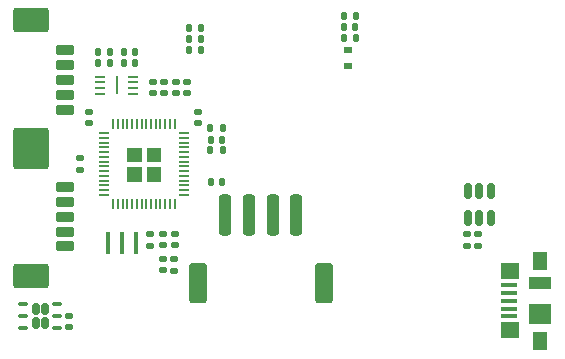
<source format=gtp>
%TF.GenerationSoftware,KiCad,Pcbnew,(6.0.6)*%
%TF.CreationDate,2022-09-22T21:47:15+08:00*%
%TF.ProjectId,Stealthburner_Toolhead_PCB,53746561-6c74-4686-9275-726e65725f54,rev?*%
%TF.SameCoordinates,Original*%
%TF.FileFunction,Paste,Top*%
%TF.FilePolarity,Positive*%
%FSLAX46Y46*%
G04 Gerber Fmt 4.6, Leading zero omitted, Abs format (unit mm)*
G04 Created by KiCad (PCBNEW (6.0.6)) date 2022-09-22 21:47:15*
%MOMM*%
%LPD*%
G01*
G04 APERTURE LIST*
G04 Aperture macros list*
%AMRoundRect*
0 Rectangle with rounded corners*
0 $1 Rounding radius*
0 $2 $3 $4 $5 $6 $7 $8 $9 X,Y pos of 4 corners*
0 Add a 4 corners polygon primitive as box body*
4,1,4,$2,$3,$4,$5,$6,$7,$8,$9,$2,$3,0*
0 Add four circle primitives for the rounded corners*
1,1,$1+$1,$2,$3*
1,1,$1+$1,$4,$5*
1,1,$1+$1,$6,$7*
1,1,$1+$1,$8,$9*
0 Add four rect primitives between the rounded corners*
20,1,$1+$1,$2,$3,$4,$5,0*
20,1,$1+$1,$4,$5,$6,$7,0*
20,1,$1+$1,$6,$7,$8,$9,0*
20,1,$1+$1,$8,$9,$2,$3,0*%
G04 Aperture macros list end*
%ADD10C,0.100000*%
%ADD11RoundRect,0.140000X-0.170000X0.140000X-0.170000X-0.140000X0.170000X-0.140000X0.170000X0.140000X0*%
%ADD12RoundRect,0.140000X0.170000X-0.140000X0.170000X0.140000X-0.170000X0.140000X-0.170000X-0.140000X0*%
%ADD13R,0.812800X0.177800*%
%ADD14R,0.177800X0.812800*%
%ADD15RoundRect,0.140000X-0.140000X-0.170000X0.140000X-0.170000X0.140000X0.170000X-0.140000X0.170000X0*%
%ADD16RoundRect,0.135000X0.135000X0.185000X-0.135000X0.185000X-0.135000X-0.185000X0.135000X-0.185000X0*%
%ADD17RoundRect,0.200000X-0.600000X0.200000X-0.600000X-0.200000X0.600000X-0.200000X0.600000X0.200000X0*%
%ADD18RoundRect,0.250001X-1.249999X0.799999X-1.249999X-0.799999X1.249999X-0.799999X1.249999X0.799999X0*%
%ADD19RoundRect,0.135000X-0.135000X-0.185000X0.135000X-0.185000X0.135000X0.185000X-0.135000X0.185000X0*%
%ADD20RoundRect,0.250000X-0.250000X-1.500000X0.250000X-1.500000X0.250000X1.500000X-0.250000X1.500000X0*%
%ADD21RoundRect,0.250001X-0.499999X-1.449999X0.499999X-1.449999X0.499999X1.449999X-0.499999X1.449999X0*%
%ADD22R,0.700000X0.600000*%
%ADD23RoundRect,0.140000X0.140000X0.170000X-0.140000X0.170000X-0.140000X-0.170000X0.140000X-0.170000X0*%
%ADD24RoundRect,0.135000X-0.185000X0.135000X-0.185000X-0.135000X0.185000X-0.135000X0.185000X0.135000X0*%
%ADD25R,0.400000X1.900000*%
%ADD26RoundRect,0.150000X-0.150000X-0.335000X0.150000X-0.335000X0.150000X0.335000X-0.150000X0.335000X0*%
%ADD27RoundRect,0.100000X-0.300000X-0.100000X0.300000X-0.100000X0.300000X0.100000X-0.300000X0.100000X0*%
%ADD28RoundRect,0.135000X0.185000X-0.135000X0.185000X0.135000X-0.185000X0.135000X-0.185000X-0.135000X0*%
%ADD29R,0.812800X0.254000*%
%ADD30R,0.203200X1.600200*%
%ADD31RoundRect,0.150000X-0.150000X0.512500X-0.150000X-0.512500X0.150000X-0.512500X0.150000X0.512500X0*%
%ADD32R,1.380000X0.450000*%
%ADD33R,1.550000X1.425000*%
%ADD34R,1.300000X1.650000*%
%ADD35R,1.900000X1.000000*%
%ADD36R,1.900000X1.800000*%
G04 APERTURE END LIST*
%TO.C,U7*%
G36*
X113207800Y-110769400D02*
G01*
X112064800Y-110769400D01*
X112064800Y-109626400D01*
X113207800Y-109626400D01*
X113207800Y-110769400D01*
G37*
D10*
X113207800Y-110769400D02*
X112064800Y-110769400D01*
X112064800Y-109626400D01*
X113207800Y-109626400D01*
X113207800Y-110769400D01*
G36*
X113207800Y-109118400D02*
G01*
X112064800Y-109118400D01*
X112064800Y-107975400D01*
X113207800Y-107975400D01*
X113207800Y-109118400D01*
G37*
X113207800Y-109118400D02*
X112064800Y-109118400D01*
X112064800Y-107975400D01*
X113207800Y-107975400D01*
X113207800Y-109118400D01*
G36*
X111556800Y-110769400D02*
G01*
X110413800Y-110769400D01*
X110413800Y-109626400D01*
X111556800Y-109626400D01*
X111556800Y-110769400D01*
G37*
X111556800Y-110769400D02*
X110413800Y-110769400D01*
X110413800Y-109626400D01*
X111556800Y-109626400D01*
X111556800Y-110769400D01*
G36*
X111556800Y-109118400D02*
G01*
X110413800Y-109118400D01*
X110413800Y-107975400D01*
X111556800Y-107975400D01*
X111556800Y-109118400D01*
G37*
X111556800Y-109118400D02*
X110413800Y-109118400D01*
X110413800Y-107975400D01*
X111556800Y-107975400D01*
X111556800Y-109118400D01*
%TD*%
D11*
%TO.C,C24*%
X113434800Y-115296400D03*
X113434800Y-116256400D03*
%TD*%
D12*
%TO.C,C16*%
X114554000Y-103400800D03*
X114554000Y-102440800D03*
%TD*%
D13*
%TO.C,U7*%
X108407200Y-106772075D03*
X108407200Y-107172125D03*
X108407200Y-107572175D03*
X108407200Y-107972225D03*
X108407200Y-108372275D03*
X108407200Y-108772325D03*
X108407200Y-109172375D03*
X108407200Y-109572425D03*
X108407200Y-109972475D03*
X108407200Y-110372525D03*
X108407200Y-110772575D03*
X108407200Y-111172625D03*
X108407200Y-111572675D03*
X108407200Y-111972725D03*
D14*
X109210475Y-112776000D03*
X109610525Y-112776000D03*
X110010575Y-112776000D03*
X110410625Y-112776000D03*
X110810675Y-112776000D03*
X111210725Y-112776000D03*
X111610775Y-112776000D03*
X112010825Y-112776000D03*
X112410875Y-112776000D03*
X112810925Y-112776000D03*
X113210975Y-112776000D03*
X113611025Y-112776000D03*
X114011075Y-112776000D03*
X114411125Y-112776000D03*
D13*
X115214400Y-111972725D03*
X115214400Y-111572675D03*
X115214400Y-111172625D03*
X115214400Y-110772575D03*
X115214400Y-110372525D03*
X115214400Y-109972475D03*
X115214400Y-109572425D03*
X115214400Y-109172375D03*
X115214400Y-108772325D03*
X115214400Y-108372275D03*
X115214400Y-107972225D03*
X115214400Y-107572175D03*
X115214400Y-107172125D03*
X115214400Y-106772075D03*
D14*
X114411125Y-105968800D03*
X114011075Y-105968800D03*
X113611025Y-105968800D03*
X113210975Y-105968800D03*
X112810925Y-105968800D03*
X112410875Y-105968800D03*
X112010825Y-105968800D03*
X111610775Y-105968800D03*
X111210725Y-105968800D03*
X110810675Y-105968800D03*
X110410625Y-105968800D03*
X110010575Y-105968800D03*
X109610525Y-105968800D03*
X109210475Y-105968800D03*
%TD*%
D15*
%TO.C,C19*%
X117477600Y-110896400D03*
X118437600Y-110896400D03*
%TD*%
D16*
%TO.C,R5*%
X108968000Y-100838000D03*
X107948000Y-100838000D03*
%TD*%
D17*
%TO.C,J7*%
X105168400Y-111342800D03*
X105168400Y-112592800D03*
X105168400Y-113842800D03*
X105168400Y-115092800D03*
X105168400Y-116342800D03*
D18*
X102268400Y-118892800D03*
X102268400Y-108792800D03*
%TD*%
D12*
%TO.C,C18*%
X115468400Y-103400800D03*
X115468400Y-102440800D03*
%TD*%
D19*
%TO.C,R14*%
X115618800Y-97891600D03*
X116638800Y-97891600D03*
%TD*%
D16*
%TO.C,R7*%
X129745200Y-96875600D03*
X128725200Y-96875600D03*
%TD*%
D20*
%TO.C,J11*%
X118716800Y-113685200D03*
X120716800Y-113685200D03*
X122716800Y-113685200D03*
X124716800Y-113685200D03*
D21*
X127066800Y-119435200D03*
X116366800Y-119435200D03*
%TD*%
D12*
%TO.C,C15*%
X112623600Y-103400800D03*
X112623600Y-102440800D03*
%TD*%
%TO.C,C23*%
X106426000Y-109852400D03*
X106426000Y-108892400D03*
%TD*%
D22*
%TO.C,D2*%
X129082800Y-101080800D03*
X129082800Y-99680800D03*
%TD*%
D19*
%TO.C,R12*%
X117447600Y-108204000D03*
X118467600Y-108204000D03*
%TD*%
D12*
%TO.C,C4*%
X113436400Y-118386800D03*
X113436400Y-117426800D03*
%TD*%
D11*
%TO.C,C29*%
X105511600Y-122252800D03*
X105511600Y-123212800D03*
%TD*%
D23*
%TO.C,C13*%
X118437600Y-107340400D03*
X117477600Y-107340400D03*
%TD*%
D16*
%TO.C,R4*%
X108968000Y-99923600D03*
X107948000Y-99923600D03*
%TD*%
D24*
%TO.C,R11*%
X112369600Y-115266400D03*
X112369600Y-116286400D03*
%TD*%
%TO.C,R8*%
X139192000Y-115314000D03*
X139192000Y-116334000D03*
%TD*%
D25*
%TO.C,Y1*%
X108780400Y-116081200D03*
X109980400Y-116081200D03*
X111180400Y-116081200D03*
%TD*%
D16*
%TO.C,R6*%
X129745200Y-98704400D03*
X128725200Y-98704400D03*
%TD*%
D23*
%TO.C,C17*%
X116608800Y-98806000D03*
X115648800Y-98806000D03*
%TD*%
D26*
%TO.C,U9*%
X102647400Y-122824800D03*
X103397400Y-121624800D03*
X103397400Y-122824800D03*
X102647400Y-121624800D03*
D27*
X101572400Y-121224800D03*
X101572400Y-122224800D03*
X101572400Y-123224800D03*
X104472400Y-123224800D03*
X104472400Y-122224800D03*
X104472400Y-121224800D03*
%TD*%
D17*
%TO.C,J10*%
X105168400Y-99760400D03*
X105168400Y-101010400D03*
X105168400Y-102260400D03*
X105168400Y-103510400D03*
X105168400Y-104760400D03*
D18*
X102268400Y-97210400D03*
X102268400Y-107310400D03*
%TD*%
D28*
%TO.C,R10*%
X140106400Y-116334000D03*
X140106400Y-115314000D03*
%TD*%
D12*
%TO.C,C21*%
X113538000Y-103400800D03*
X113538000Y-102440800D03*
%TD*%
%TO.C,C20*%
X116433600Y-105890000D03*
X116433600Y-104930000D03*
%TD*%
D29*
%TO.C,U4*%
X108126400Y-101967599D03*
X108126400Y-102467600D03*
X108126400Y-102967600D03*
X108126400Y-103467601D03*
X110923200Y-103467601D03*
X110923200Y-102967600D03*
X110923200Y-102467600D03*
X110923200Y-101967599D03*
D30*
X109524800Y-102717600D03*
%TD*%
D19*
%TO.C,R15*%
X115618800Y-99720400D03*
X116638800Y-99720400D03*
%TD*%
D23*
%TO.C,C3*%
X111071600Y-99923600D03*
X110111600Y-99923600D03*
%TD*%
D15*
%TO.C,C11*%
X128755200Y-97790000D03*
X129715200Y-97790000D03*
%TD*%
D12*
%TO.C,C22*%
X107137200Y-105940800D03*
X107137200Y-104980800D03*
%TD*%
D31*
%TO.C,U5*%
X141158000Y-111689300D03*
X140208000Y-111689300D03*
X139258000Y-111689300D03*
X139258000Y-113964300D03*
X140208000Y-113964300D03*
X141158000Y-113964300D03*
%TD*%
D24*
%TO.C,R1*%
X114350800Y-117396800D03*
X114350800Y-118416800D03*
%TD*%
D23*
%TO.C,C2*%
X111071600Y-100838000D03*
X110111600Y-100838000D03*
%TD*%
D11*
%TO.C,C14*%
X114452400Y-115293200D03*
X114452400Y-116253200D03*
%TD*%
D19*
%TO.C,R9*%
X117447600Y-106322400D03*
X118467600Y-106322400D03*
%TD*%
D32*
%TO.C,J5*%
X142710400Y-122254800D03*
X142710400Y-121604800D03*
X142710400Y-120954800D03*
X142710400Y-120304800D03*
X142710400Y-119654800D03*
D33*
X142795400Y-123442300D03*
X142795400Y-118467300D03*
D34*
X145370400Y-117579800D03*
D35*
X145370400Y-119404800D03*
D34*
X145370400Y-124329800D03*
D36*
X145370400Y-122104800D03*
%TD*%
M02*

</source>
